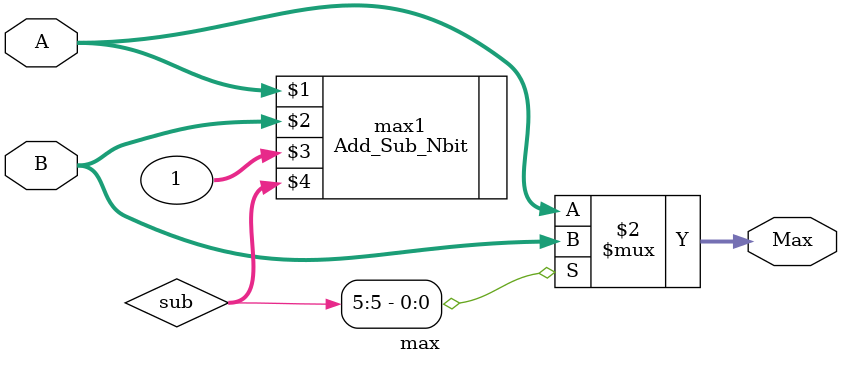
<source format=v>
`timescale 1ns / 1ps


module max	#(parameter N=5) (A,B,Max);

input [N-1:0]A,B;
output [N-1:0]Max;
wire [N:0]sub;

Add_Sub_Nbit #(N)   max1(A,B,1,sub);
assign Max=sub[N]?B:A;

endmodule

</source>
